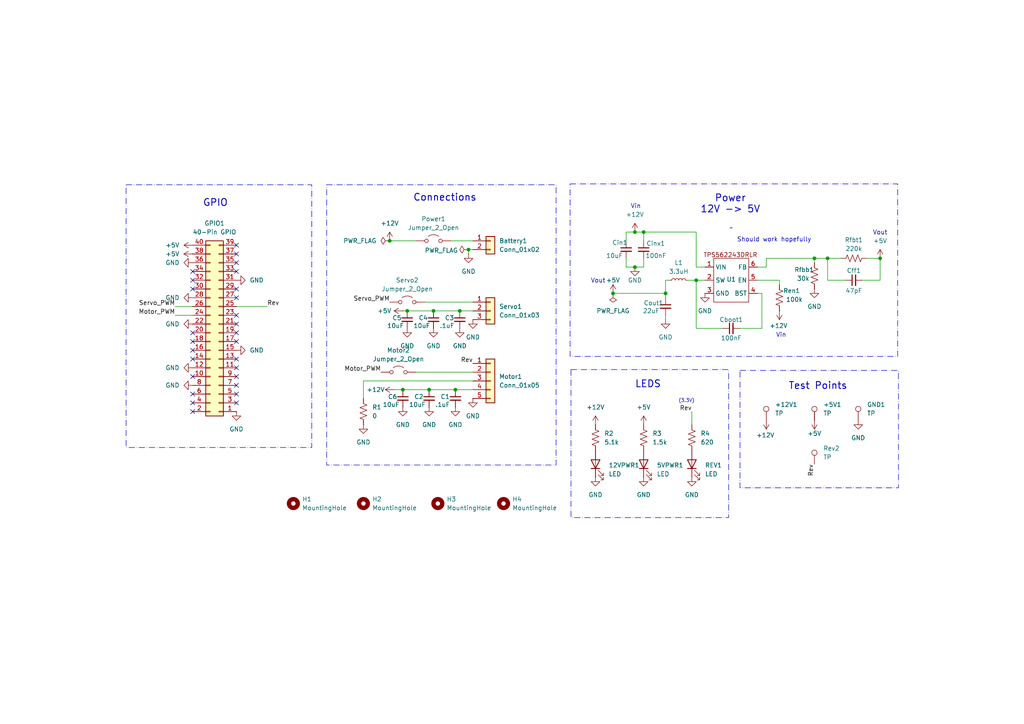
<source format=kicad_sch>
(kicad_sch (version 20250114) (generator "eeschema") (generator_version "9.0")
  (paper "A4")
  (lib_symbols
    (symbol "Connector:TestPoint" (pin_numbers (hide yes)) (pin_names (offset 0.762) (hide yes))
      (property "Reference" "TP" (at 0 6.858 0))
      (property "Value" "TestPoint" (at 0 5.08 0))
      (symbol "TestPoint_0_1"
        (circle (center 0 3.302) (radius 0.762))
      )
      (symbol "TestPoint_1_1"
        (pin passive line (at 0 0 90) (length 2.54) (name "1") (number "1"))
      )
    )
    (symbol "Connector_Generic:Conn_01x02" (pin_names (offset 1.016) (hide yes))
      (property "Reference" "J" (at 0 2.54 0))
      (property "Value" "Conn_01x02" (at 0 -5.08 0))
      (symbol "Conn_01x02_1_1"
        (rectangle (start -1.27 1.27) (end 1.27 -3.81) (stroke (width 0.254)) (fill (type background)))
        (rectangle (start -1.27 0.127) (end 0 -0.127) (stroke (width 0.1524)))
        (rectangle (start -1.27 -2.413) (end 0 -2.667) (stroke (width 0.1524)))
        (pin passive line (at -5.08 0 0) (length 3.81) (name "Pin_1") (number "1"))
        (pin passive line (at -5.08 -2.54 0) (length 3.81) (name "Pin_2") (number "2"))
      )
    )
    (symbol "Connector_Generic:Conn_01x03" (pin_names (offset 1.016) (hide yes))
      (property "Reference" "J" (at 0 5.08 0))
      (property "Value" "Conn_01x03" (at 0 -5.08 0))
      (symbol "Conn_01x03_1_1"
        (rectangle (start -1.27 3.81) (end 1.27 -3.81) (stroke (width 0.254)) (fill (type background)))
        (rectangle (start -1.27 2.667) (end 0 2.413) (stroke (width 0.1524)))
        (rectangle (start -1.27 0.127) (end 0 -0.127) (stroke (width 0.1524)))
        (rectangle (start -1.27 -2.413) (end 0 -2.667) (stroke (width 0.1524)))
        (pin passive line (at -5.08 2.54 0) (length 3.81) (name "Pin_1") (number "1"))
        (pin passive line (at -5.08 0 0) (length 3.81) (name "Pin_2") (number "2"))
        (pin passive line (at -5.08 -2.54 0) (length 3.81) (name "Pin_3") (number "3"))
      )
    )
    (symbol "Connector_Generic:Conn_01x05" (pin_names (offset 1.016) (hide yes))
      (property "Reference" "J" (at 0 7.62 0))
      (property "Value" "Conn_01x05" (at 0 -7.62 0))
      (symbol "Conn_01x05_1_1"
        (rectangle (start -1.27 6.35) (end 1.27 -6.35) (stroke (width 0.254)) (fill (type background)))
        (rectangle (start -1.27 5.207) (end 0 4.953) (stroke (width 0.1524)))
        (rectangle (start -1.27 2.667) (end 0 2.413) (stroke (width 0.1524)))
        (rectangle (start -1.27 0.127) (end 0 -0.127) (stroke (width 0.1524)))
        (rectangle (start -1.27 -2.413) (end 0 -2.667) (stroke (width 0.1524)))
        (rectangle (start -1.27 -4.953) (end 0 -5.207) (stroke (width 0.1524)))
        (pin passive line (at -5.08 5.08 0) (length 3.81) (name "Pin_1") (number "1"))
        (pin passive line (at -5.08 2.54 0) (length 3.81) (name "Pin_2") (number "2"))
        (pin passive line (at -5.08 0 0) (length 3.81) (name "Pin_3") (number "3"))
        (pin passive line (at -5.08 -2.54 0) (length 3.81) (name "Pin_4") (number "4"))
        (pin passive line (at -5.08 -5.08 0) (length 3.81) (name "Pin_5") (number "5"))
      )
    )
    (symbol "Connector_Generic:Conn_02x20_Odd_Even" (pin_names (offset 1.016) (hide yes))
      (property "Reference" "J" (at 1.27 25.4 0))
      (property "Value" "Conn_02x20_Odd_Even" (at 1.27 -27.94 0))
      (symbol "Conn_02x20_Odd_Even_1_1"
        (rectangle (start -1.27 24.13) (end 3.81 -26.67) (stroke (width 0.254)) (fill (type background)))
        (rectangle (start -1.27 22.987) (end 0 22.733) (stroke (width 0.1524)))
        (rectangle (start -1.27 20.447) (end 0 20.193) (stroke (width 0.1524)))
        (rectangle (start -1.27 17.907) (end 0 17.653) (stroke (width 0.1524)))
        (rectangle (start -1.27 15.367) (end 0 15.113) (stroke (width 0.1524)))
        (rectangle (start -1.27 12.827) (end 0 12.573) (stroke (width 0.1524)))
        (rectangle (start -1.27 10.287) (end 0 10.033) (stroke (width 0.1524)))
        (rectangle (start -1.27 7.747) (end 0 7.493) (stroke (width 0.1524)))
        (rectangle (start -1.27 5.207) (end 0 4.953) (stroke (width 0.1524)))
        (rectangle (start -1.27 2.667) (end 0 2.413) (stroke (width 0.1524)))
        (rectangle (start -1.27 0.127) (end 0 -0.127) (stroke (width 0.1524)))
        (rectangle (start -1.27 -2.413) (end 0 -2.667) (stroke (width 0.1524)))
        (rectangle (start -1.27 -4.953) (end 0 -5.207) (stroke (width 0.1524)))
        (rectangle (start -1.27 -7.493) (end 0 -7.747) (stroke (width 0.1524)))
        (rectangle (start -1.27 -10.033) (end 0 -10.287) (stroke (width 0.1524)))
        (rectangle (start -1.27 -12.573) (end 0 -12.827) (stroke (width 0.1524)))
        (rectangle (start -1.27 -15.113) (end 0 -15.367) (stroke (width 0.1524)))
        (rectangle (start -1.27 -17.653) (end 0 -17.907) (stroke (width 0.1524)))
        (rectangle (start -1.27 -20.193) (end 0 -20.447) (stroke (width 0.1524)))
        (rectangle (start -1.27 -22.733) (end 0 -22.987) (stroke (width 0.1524)))
        (rectangle (start -1.27 -25.273) (end 0 -25.527) (stroke (width 0.1524)))
        (rectangle (start 3.81 22.987) (end 2.54 22.733) (stroke (width 0.1524)))
        (rectangle (start 3.81 20.447) (end 2.54 20.193) (stroke (width 0.1524)))
        (rectangle (start 3.81 17.907) (end 2.54 17.653) (stroke (width 0.1524)))
        (rectangle (start 3.81 15.367) (end 2.54 15.113) (stroke (width 0.1524)))
        (rectangle (start 3.81 12.827) (end 2.54 12.573) (stroke (width 0.1524)))
        (rectangle (start 3.81 10.287) (end 2.54 10.033) (stroke (width 0.1524)))
        (rectangle (start 3.81 7.747) (end 2.54 7.493) (stroke (width 0.1524)))
        (rectangle (start 3.81 5.207) (end 2.54 4.953) (stroke (width 0.1524)))
        (rectangle (start 3.81 2.667) (end 2.54 2.413) (stroke (width 0.1524)))
        (rectangle (start 3.81 0.127) (end 2.54 -0.127) (stroke (width 0.1524)))
        (rectangle (start 3.81 -2.413) (end 2.54 -2.667) (stroke (width 0.1524)))
        (rectangle (start 3.81 -4.953) (end 2.54 -5.207) (stroke (width 0.1524)))
        (rectangle (start 3.81 -7.493) (end 2.54 -7.747) (stroke (width 0.1524)))
        (rectangle (start 3.81 -10.033) (end 2.54 -10.287) (stroke (width 0.1524)))
        (rectangle (start 3.81 -12.573) (end 2.54 -12.827) (stroke (width 0.1524)))
        (rectangle (start 3.81 -15.113) (end 2.54 -15.367) (stroke (width 0.1524)))
        (rectangle (start 3.81 -17.653) (end 2.54 -17.907) (stroke (width 0.1524)))
        (rectangle (start 3.81 -20.193) (end 2.54 -20.447) (stroke (width 0.1524)))
        (rectangle (start 3.81 -22.733) (end 2.54 -22.987) (stroke (width 0.1524)))
        (rectangle (start 3.81 -25.273) (end 2.54 -25.527) (stroke (width 0.1524)))
        (pin passive line (at -5.08 22.86 0) (length 3.81) (name "Pin_1") (number "1"))
        (pin passive line (at -5.08 20.32 0) (length 3.81) (name "Pin_3") (number "3"))
        (pin passive line (at -5.08 17.78 0) (length 3.81) (name "Pin_5") (number "5"))
        (pin passive line (at -5.08 15.24 0) (length 3.81) (name "Pin_7") (number "7"))
        (pin passive line (at -5.08 12.7 0) (length 3.81) (name "Pin_9") (number "9"))
        (pin passive line (at -5.08 10.16 0) (length 3.81) (name "Pin_11") (number "11"))
        (pin passive line (at -5.08 7.62 0) (length 3.81) (name "Pin_13") (number "13"))
        (pin passive line (at -5.08 5.08 0) (length 3.81) (name "Pin_15") (number "15"))
        (pin passive line (at -5.08 2.54 0) (length 3.81) (name "Pin_17") (number "17"))
        (pin passive line (at -5.08 0 0) (length 3.81) (name "Pin_19") (number "19"))
        (pin passive line (at -5.08 -2.54 0) (length 3.81) (name "Pin_21") (number "21"))
        (pin passive line (at -5.08 -5.08 0) (length 3.81) (name "Pin_23") (number "23"))
        (pin passive line (at -5.08 -7.62 0) (length 3.81) (name "Pin_25") (number "25"))
        (pin passive line (at -5.08 -10.16 0) (length 3.81) (name "Pin_27") (number "27"))
        (pin passive line (at -5.08 -12.7 0) (length 3.81) (name "Pin_29") (number "29"))
        (pin passive line (at -5.08 -15.24 0) (length 3.81) (name "Pin_31") (number "31"))
        (pin passive line (at -5.08 -17.78 0) (length 3.81) (name "Pin_33") (number "33"))
        (pin passive line (at -5.08 -20.32 0) (length 3.81) (name "Pin_35") (number "35"))
        (pin passive line (at -5.08 -22.86 0) (length 3.81) (name "Pin_37") (number "37"))
        (pin passive line (at -5.08 -25.4 0) (length 3.81) (name "Pin_39") (number "39"))
        (pin passive line (at 7.62 22.86 180) (length 3.81) (name "Pin_2") (number "2"))
        (pin passive line (at 7.62 20.32 180) (length 3.81) (name "Pin_4") (number "4"))
        (pin passive line (at 7.62 17.78 180) (length 3.81) (name "Pin_6") (number "6"))
        (pin passive line (at 7.62 15.24 180) (length 3.81) (name "Pin_8") (number "8"))
        (pin passive line (at 7.62 12.7 180) (length 3.81) (name "Pin_10") (number "10"))
        (pin passive line (at 7.62 10.16 180) (length 3.81) (name "Pin_12") (number "12"))
        (pin passive line (at 7.62 7.62 180) (length 3.81) (name "Pin_14") (number "14"))
        (pin passive line (at 7.62 5.08 180) (length 3.81) (name "Pin_16") (number "16"))
        (pin passive line (at 7.62 2.54 180) (length 3.81) (name "Pin_18") (number "18"))
        (pin passive line (at 7.62 0 180) (length 3.81) (name "Pin_20") (number "20"))
        (pin passive line (at 7.62 -2.54 180) (length 3.81) (name "Pin_22") (number "22"))
        (pin passive line (at 7.62 -5.08 180) (length 3.81) (name "Pin_24") (number "24"))
        (pin passive line (at 7.62 -7.62 180) (length 3.81) (name "Pin_26") (number "26"))
        (pin passive line (at 7.62 -10.16 180) (length 3.81) (name "Pin_28") (number "28"))
        (pin passive line (at 7.62 -12.7 180) (length 3.81) (name "Pin_30") (number "30"))
        (pin passive line (at 7.62 -15.24 180) (length 3.81) (name "Pin_32") (number "32"))
        (pin passive line (at 7.62 -17.78 180) (length 3.81) (name "Pin_34") (number "34"))
        (pin passive line (at 7.62 -20.32 180) (length 3.81) (name "Pin_36") (number "36"))
        (pin passive line (at 7.62 -22.86 180) (length 3.81) (name "Pin_38") (number "38"))
        (pin passive line (at 7.62 -25.4 180) (length 3.81) (name "Pin_40") (number "40"))
      )
    )
    (symbol "Device:C_Small" (pin_numbers (hide yes)) (pin_names (offset 0.254) (hide yes))
      (property "Reference" "C" (at 0.254 1.778 0))
      (property "Value" "C_Small" (at 0.254 -2.032 0))
      (symbol "C_Small_0_1"
        (polyline (pts (xy -1.524 0.508) (xy 1.524 0.508)) (stroke (width 0.3048)))
        (polyline (pts (xy -1.524 -0.508) (xy 1.524 -0.508)) (stroke (width 0.3302)))
      )
      (symbol "C_Small_1_1"
        (pin passive line (at 0 2.54 270) (length 2.032) (name "~") (number "1"))
        (pin passive line (at 0 -2.54 90) (length 2.032) (name "~") (number "2"))
      )
    )
    (symbol "Device:LED" (pin_numbers (hide yes)) (pin_names (offset 1.016) (hide yes))
      (property "Reference" "D" (at 0 2.54 0))
      (property "Value" "LED" (at 0 -2.54 0))
      (symbol "LED_0_1"
        (polyline (pts (xy -3.048 -0.762) (xy -4.572 -2.286) (xy -3.81 -2.286) (xy -4.572 -2.286) (xy -4.572 -1.524)))
        (polyline (pts (xy -1.778 -0.762) (xy -3.302 -2.286) (xy -2.54 -2.286) (xy -3.302 -2.286) (xy -3.302 -1.524)))
        (polyline (pts (xy -1.27 0) (xy 1.27 0)))
        (polyline (pts (xy -1.27 -1.27) (xy -1.27 1.27)) (stroke (width 0.254)))
        (polyline (pts (xy 1.27 -1.27) (xy 1.27 1.27) (xy -1.27 0) (xy 1.27 -1.27)) (stroke (width 0.254)))
      )
      (symbol "LED_1_1"
        (pin passive line (at -3.81 0 0) (length 2.54) (name "K") (number "1"))
        (pin passive line (at 3.81 0 180) (length 2.54) (name "A") (number "2"))
      )
    )
    (symbol "Device:L_Small" (pin_numbers (hide yes)) (pin_names (offset 0.254) (hide yes))
      (property "Reference" "L" (at 0.762 1.016 0))
      (property "Value" "L_Small" (at 0.762 -1.016 0))
      (symbol "L_Small_0_1"
        (arc (start 0 2.032) (mid 0.5058 1.524) (end 0 1.016))
        (arc (start 0 1.016) (mid 0.5058 0.508) (end 0 0))
        (arc (start 0 0) (mid 0.5058 -0.508) (end 0 -1.016))
        (arc (start 0 -1.016) (mid 0.5058 -1.524) (end 0 -2.032))
      )
      (symbol "L_Small_1_1"
        (pin passive line (at 0 2.54 270) (length 0.508) (name "~") (number "1"))
        (pin passive line (at 0 -2.54 90) (length 0.508) (name "~") (number "2"))
      )
    )
    (symbol "Device:R_US" (pin_numbers (hide yes)) (pin_names (offset 0))
      (property "Reference" "R" (at 2.54 0 90))
      (property "Value" "R_US" (at -2.54 0 90))
      (symbol "R_US_0_1"
        (polyline (pts (xy 0 2.286) (xy 0 2.54)))
        (polyline (pts (xy 0 2.286) (xy 1.016 1.905) (xy 0 1.524) (xy -1.016 1.143) (xy 0 0.762)))
        (polyline (pts (xy 0 0.762) (xy 1.016 0.381) (xy 0 0) (xy -1.016 -0.381) (xy 0 -0.762)))
        (polyline (pts (xy 0 -0.762) (xy 1.016 -1.143) (xy 0 -1.524) (xy -1.016 -1.905) (xy 0 -2.286)))
        (polyline (pts (xy 0 -2.286) (xy 0 -2.54)))
      )
      (symbol "R_US_1_1"
        (pin passive line (at 0 3.81 270) (length 1.27) (name "~") (number "1"))
        (pin passive line (at 0 -3.81 90) (length 1.27) (name "~") (number "2"))
      )
    )
    (symbol "Jumper:Jumper_2_Open" (pin_numbers (hide yes)) (pin_names (offset 0) (hide yes)) (exclude_from_sim yes)
      (property "Reference" "JP" (at 0 2.794 0))
      (property "Value" "Jumper_2_Open" (at 0 -2.286 0))
      (symbol "Jumper_2_Open_0_0"
        (circle (center -2.032 0) (radius 0.508))
        (circle (center 2.032 0) (radius 0.508))
      )
      (symbol "Jumper_2_Open_0_1"
        (arc (start -1.524 1.27) (mid 0 1.778) (end 1.524 1.27))
      )
      (symbol "Jumper_2_Open_1_1"
        (pin passive line (at -5.08 0 0) (length 2.54) (name "A") (number "1"))
        (pin passive line (at 5.08 0 180) (length 2.54) (name "B") (number "2"))
      )
    )
    (symbol "Mechanical:MountingHole" (pin_names (offset 1.016)) (exclude_from_sim yes) (in_bom no)
      (property "Reference" "H" (at 0 5.08 0))
      (property "Value" "MountingHole" (at 0 3.175 0))
      (symbol "MountingHole_0_1"
        (circle (center 0 0) (radius 1.27) (stroke (width 1.27)))
      )
    )
    (symbol "power:+12V" (power) (pin_numbers (hide yes)) (pin_names (offset 0) (hide yes))
      (property "Value" "+12V" (at 0 3.556 0))
      (symbol "+12V_0_1"
        (polyline (pts (xy -0.762 1.27) (xy 0 2.54)))
        (polyline (pts (xy 0 2.54) (xy 0.762 1.27)))
        (polyline (pts (xy 0 0) (xy 0 2.54)))
      )
      (symbol "+12V_1_1"
        (pin power_in line (at 0 0 90) (length 0) (name "~") (number "1"))
      )
    )
    (symbol "power:+5V" (power) (pin_numbers (hide yes)) (pin_names (offset 0) (hide yes))
      (property "Value" "+5V" (at 0 3.556 0))
      (symbol "+5V_0_1"
        (polyline (pts (xy -0.762 1.27) (xy 0 2.54)))
        (polyline (pts (xy 0 2.54) (xy 0.762 1.27)))
        (polyline (pts (xy 0 0) (xy 0 2.54)))
      )
      (symbol "+5V_1_1"
        (pin power_in line (at 0 0 90) (length 0) (name "~") (number "1"))
      )
    )
    (symbol "power:GND" (power) (pin_numbers (hide yes)) (pin_names (offset 0) (hide yes))
      (property "Value" "GND" (at 0 -3.81 0))
      (symbol "GND_0_1"
        (polyline (pts (xy 0 0) (xy 0 -1.27) (xy 1.27 -1.27) (xy 0 -2.54) (xy -1.27 -1.27) (xy 0 -1.27)))
      )
      (symbol "GND_1_1"
        (pin power_in line (at 0 0 270) (length 0) (name "~") (number "1"))
      )
    )
    (symbol "power:PWR_FLAG" (power) (pin_numbers (hide yes)) (pin_names (offset 0) (hide yes))
      (property "Value" "PWR_FLAG" (at 0 3.81 0))
      (symbol "PWR_FLAG_0_0"
        (pin power_out line (at 0 0 90) (length 0) (name "~") (number "1"))
      )
      (symbol "PWR_FLAG_0_1"
        (polyline (pts (xy 0 0) (xy 0 1.27) (xy -1.016 1.905) (xy 0 2.54) (xy 1.016 1.905) (xy 0 1.27)))
      )
    )
    (symbol "radxa_pcb:TPS562246DRLR"
      (property "Reference" "U" (at 0 0 0))
      (symbol "TPS562246DRLR_0_1"
        (rectangle (start -5.08 6.35) (end 5.08 -6.35))
      )
      (symbol "TPS562246DRLR_1_1"
        (text "TPS562243DRLR" (at -0.254 7.366 0) (effects (font (size 1.27 1.27))))
        (pin power_in line (at -7.62 3.81 0) (length 2.54) (name "VIN") (number "1"))
        (pin passive line (at -7.62 0 0) (length 2.54) (name "SW") (number "2"))
        (pin power_in line (at -7.62 -3.81 0) (length 2.54) (name "GND") (number "3"))
        (pin output line (at 7.62 3.81 180) (length 2.54) (name "FB") (number "6"))
        (pin input line (at 7.62 0 180) (length 2.54) (name "EN") (number "5"))
        (pin passive line (at 7.62 -3.81 180) (length 2.54) (name "BST") (number "4"))
      )
    )
  )
  (rectangle (start 165.608 107.188) (end 211.328 150.114) (stroke (width 0) (type dash_dot)))
  (rectangle (start 94.742 53.594) (end 161.29 134.874) (stroke (width 0) (type dash_dot)))
  (rectangle (start 214.63 107.442) (end 260.604 141.478) (stroke (width 0) (type dash_dot)))
  (rectangle (start 165.354 53.34) (end 260.35 103.378) (stroke (width 0) (type dash_dot)))
  (rectangle (start 36.576 53.594) (end 90.424 129.794) (stroke (width 0) (type dash_dot)))
  (text "Vout\n" (at 255.27 67.564 0) (effects (font (size 1.27 1.27))))
  (text "Vout\n" (at 173.482 81.534 0) (effects (font (size 1.27 1.27))))
  (text "Test Points" (at 237.236 112.014 0) (effects (font (size 2 2) (thickness 0.254) (bold yes))))
  (text "Vin\n" (at 184.404 59.944 0) (effects (font (size 1.27 1.27))))
  (text "Vin\n" (at 226.568 97.282 0) (effects (font (size 1.27 1.27))))
  (text "Power\n12V -> 5V" (at 211.836 59.182 0) (effects (font (size 2 2) (thickness 0.25))))
  (text "LEDS\n" (at 187.96 111.506 0) (effects (font (size 2 2) (thickness 0.254) (bold yes))))
  (text "(3.3V)\n" (at 199.136 116.332 0) (effects (font (size 1 1) (thickness 0.125))))
  (text "Should work hopefully" (at 224.536 69.596 0) (effects (font (size 1.27 1.27))))
  (text "Connections" (at 129.032 57.404 0) (effects (font (size 2 2) (thickness 0.254) (bold yes))))
  (text "GPIO\n" (at 62.484 58.928 0) (effects (font (size 2 2) (thickness 0.254) (bold yes))))
  (junction (at 255.27 74.93))
  (junction (at 113.03 69.85))
  (junction (at 118.11 90.17))
  (junction (at 125.73 90.17))
  (junction (at 135.89 72.39))
  (junction (at 193.04 85.09))
  (junction (at 201.93 81.28))
  (junction (at 236.22 74.93))
  (junction (at 116.84 113.03))
  (junction (at 184.15 77.47))
  (junction (at 186.69 67.31))
  (junction (at 132.08 113.03))
  (junction (at 133.35 90.17))
  (junction (at 177.8 85.09))
  (junction (at 184.15 67.31))
  (junction (at 124.46 113.03))
  (junction (at 240.03 74.93))
  (no_connect (at 68.58 104.14))
  (no_connect (at 68.58 71.12))
  (no_connect (at 68.58 116.84))
  (no_connect (at 55.88 96.52))
  (no_connect (at 68.58 114.3))
  (no_connect (at 68.58 99.06))
  (no_connect (at 68.58 78.74))
  (no_connect (at 68.58 96.52))
  (no_connect (at 68.58 76.2))
  (no_connect (at 55.88 83.82))
  (no_connect (at 55.88 114.3))
  (no_connect (at 68.58 83.82))
  (no_connect (at 68.58 111.76))
  (no_connect (at 68.58 109.22))
  (no_connect (at 55.88 81.28))
  (no_connect (at 55.88 109.22))
  (no_connect (at 68.58 93.98))
  (no_connect (at 55.88 99.06))
  (no_connect (at 68.58 91.44))
  (no_connect (at 68.58 73.66))
  (no_connect (at 55.88 104.14))
  (no_connect (at 55.88 116.84))
  (no_connect (at 55.88 101.6))
  (no_connect (at 55.88 78.74))
  (no_connect (at 68.58 106.68))
  (no_connect (at 55.88 119.38))
  (no_connect (at 68.58 86.36))
  (wire (pts (xy 116.84 113.03) (xy 124.46 113.03)))
  (wire (pts (xy 177.8 85.09) (xy 193.04 85.09)))
  (wire (pts (xy 113.03 69.85) (xy 120.65 69.85)))
  (wire (pts (xy 120.65 107.95) (xy 137.16 107.95)))
  (wire (pts (xy 124.46 113.03) (xy 132.08 113.03)))
  (wire (pts (xy 201.93 77.47) (xy 204.47 77.47)))
  (wire (pts (xy 116.84 90.17) (xy 118.11 90.17)))
  (wire (pts (xy 186.69 77.47) (xy 186.69 74.93)))
  (wire (pts (xy 220.98 85.09) (xy 219.71 85.09)))
  (wire (pts (xy 226.06 81.28) (xy 226.06 82.55)))
  (wire (pts (xy 181.61 69.85) (xy 181.61 67.31)))
  (wire (pts (xy 236.22 74.93) (xy 236.22 76.2)))
  (wire (pts (xy 243.84 74.93) (xy 240.03 74.93)))
  (wire (pts (xy 250.19 81.28) (xy 255.27 81.28)))
  (wire (pts (xy 201.93 67.31) (xy 201.93 77.47)))
  (wire (pts (xy 77.47 88.9) (xy 68.58 88.9)))
  (wire (pts (xy 222.25 77.47) (xy 219.71 77.47)))
  (wire (pts (xy 186.69 69.85) (xy 186.69 67.31)))
  (wire (pts (xy 220.98 95.25) (xy 220.98 85.09)))
  (wire (pts (xy 193.04 92.71) (xy 193.04 91.44)))
  (wire (pts (xy 201.93 81.28) (xy 204.47 81.28)))
  (wire (pts (xy 193.04 81.28) (xy 194.31 81.28)))
  (wire (pts (xy 181.61 77.47) (xy 181.61 74.93)))
  (wire (pts (xy 255.27 74.93) (xy 251.46 74.93)))
  (wire (pts (xy 214.63 95.25) (xy 220.98 95.25)))
  (wire (pts (xy 186.69 67.31) (xy 201.93 67.31)))
  (wire (pts (xy 236.22 74.93) (xy 240.03 74.93)))
  (wire (pts (xy 199.39 81.28) (xy 201.93 81.28)))
  (wire (pts (xy 123.19 87.63) (xy 137.16 87.63)))
  (wire (pts (xy 201.93 95.25) (xy 201.93 81.28)))
  (wire (pts (xy 200.66 119.38) (xy 200.66 123.19)))
  (wire (pts (xy 50.8 88.9) (xy 55.88 88.9)))
  (wire (pts (xy 135.89 72.39) (xy 135.89 73.66)))
  (wire (pts (xy 184.15 77.47) (xy 186.69 77.47)))
  (wire (pts (xy 184.15 67.31) (xy 186.69 67.31)))
  (wire (pts (xy 219.71 81.28) (xy 226.06 81.28)))
  (wire (pts (xy 114.3 113.03) (xy 116.84 113.03)))
  (wire (pts (xy 209.55 95.25) (xy 201.93 95.25)))
  (wire (pts (xy 181.61 77.47) (xy 184.15 77.47)))
  (wire (pts (xy 118.11 90.17) (xy 125.73 90.17)))
  (wire (pts (xy 222.25 74.93) (xy 236.22 74.93)))
  (wire (pts (xy 255.27 81.28) (xy 255.27 74.93)))
  (wire (pts (xy 125.73 90.17) (xy 133.35 90.17)))
  (wire (pts (xy 130.81 69.85) (xy 137.16 69.85)))
  (wire (pts (xy 181.61 67.31) (xy 184.15 67.31)))
  (wire (pts (xy 245.11 81.28) (xy 240.03 81.28)))
  (wire (pts (xy 137.16 110.49) (xy 105.41 110.49)))
  (wire (pts (xy 137.16 72.39) (xy 135.89 72.39)))
  (wire (pts (xy 222.25 74.93) (xy 222.25 77.47)))
  (wire (pts (xy 240.03 81.28) (xy 240.03 74.93)))
  (wire (pts (xy 193.04 86.36) (xy 193.04 85.09)))
  (wire (pts (xy 50.8 91.44) (xy 55.88 91.44)))
  (wire (pts (xy 193.04 85.09) (xy 193.04 81.28)))
  (wire (pts (xy 105.41 110.49) (xy 105.41 115.57)))
  (wire (pts (xy 132.08 113.03) (xy 137.16 113.03)))
  (wire (pts (xy 133.35 90.17) (xy 137.16 90.17)))
  (label "Rev" (at 137.16 105.41 180))
  (label "Rev" (at 77.47 88.9 0))
  (label "Servo_PWM" (at 50.8 88.9 180))
  (label "Servo_PWM" (at 113.03 87.63 180))
  (label "Rev" (at 236.22 134.62 270))
  (label "Rev" (at 200.66 119.38 180))
  (label "Motor_PWM" (at 50.8 91.44 180))
  (label "Motor_PWM" (at 110.49 107.95 180))
  (symbol (lib_id "Device:R_US") (at 200.66 127 0) (unit 1)
    (property "Reference" "R4" (at 203.2 125.7299 0) (effects (justify left)))
    (property "Value" "620" (at 203.2 128.2699 0) (effects (justify left)))
    (property "Footprint" "Resistor_SMD:R_0805_2012Metric_Pad1.20x1.40mm_HandSolder" (effects (hide yes)))
    (property "Description" "Resistor, US symbol" (effects (hide yes)))
    (property "P/N" "ERA-6AEB621V" (effects (hide yes)))
  )
  (symbol (lib_id "power:GND") (at 132.08 118.11 0) (unit 1)
    (property "Reference" "#PWR037" (effects (hide yes)))
    (property "Value" "GND" (at 132.08 123.19 0))
    (property "Description" "Power symbol creates a global label with name \"GND\" , ground" (effects (hide yes)))
  )
  (symbol (lib_id "Connector_Generic:Conn_02x20_Odd_Even") (at 63.5 96.52 180) (unit 1)
    (property "Reference" "GPIO1" (at 62.23 64.77 0))
    (property "Value" "40-Pin GPIO" (at 62.23 67.31 0))
    (property "Footprint" "Connector_PinHeader_2.54mm:PinHeader_2x20_P2.54mm_Vertical" (effects (hide yes)))
    (property "Description" "Generic connector, double row, 02x20, odd/even pin numbering scheme (row 1 odd numbers, row 2 even numbers), script generated (kicad-library-utils/schlib/autogen/connector/)" (effects (hide yes)))
    (property "P/N" "2222" (effects (hide yes)))
  )
  (symbol (lib_id "power:GND") (at 137.16 92.71 0) (unit 1)
    (property "Reference" "#PWR016" (effects (hide yes)))
    (property "Value" "GND" (at 137.16 97.79 0))
    (property "Description" "Power symbol creates a global label with name \"GND\" , ground" (effects (hide yes)))
  )
  (symbol (lib_id "power:GND") (at 184.15 77.47 0) (unit 1)
    (property "Reference" "#PWR025" (effects (hide yes)))
    (property "Value" "GND" (at 184.15 81.28 0))
    (property "Description" "Power symbol creates a global label with name \"GND\" , ground" (effects (hide yes)))
  )
  (symbol (lib_id "power:GND") (at 124.46 118.11 0) (unit 1)
    (property "Reference" "#PWR038" (effects (hide yes)))
    (property "Value" "GND" (at 124.46 123.19 0))
    (property "Description" "Power symbol creates a global label with name \"GND\" , ground" (effects (hide yes)))
  )
  (symbol (lib_id "Jumper:Jumper_2_Open") (at 115.57 107.95 0) (unit 1) (in_bom no)
    (property "Reference" "Motor2" (at 115.57 101.6 0))
    (property "Value" "Jumper_2_Open" (at 115.57 104.14 0))
    (property "Footprint" "Connector_PinHeader_2.54mm:PinHeader_1x02_P2.54mm_Vertical" (effects (hide yes)))
    (property "Description" "Jumper, 2-pole, open" (effects (hide yes)))
  )
  (symbol (lib_id "power:PWR_FLAG") (at 177.8 85.09 180) (unit 1)
    (property "Reference" "#FLG03" (effects (hide yes)))
    (property "Value" "PWR_FLAG" (at 177.8 90.17 0))
    (property "Description" "Special symbol for telling ERC where power comes from" (effects (hide yes)))
  )
  (symbol (lib_id "power:+5V") (at 116.84 90.17 90) (unit 1)
    (property "Reference" "#PWR017" (effects (hide yes)))
    (property "Value" "+5V" (at 113.538 90.17 90) (effects (justify left)))
    (property "Description" "Power symbol creates a global label with name \"+5V\"" (effects (hide yes)))
  )
  (symbol (lib_id "power:+12V") (at 222.25 121.92 180) (unit 1)
    (property "Reference" "#PWR033" (effects (hide yes)))
    (property "Value" "+12V" (at 221.996 126.238 0))
    (property "Description" "Power symbol creates a global label with name \"+12V\"" (effects (hide yes)))
  )
  (symbol (lib_id "Mechanical:MountingHole") (at 85.09 146.05 0) (unit 1) (exclude_from_sim yes) (in_bom no)
    (property "Reference" "H1" (at 87.63 144.7799 0) (effects (justify left)))
    (property "Value" "MountingHole" (at 87.63 147.3199 0) (effects (justify left)))
    (property "Footprint" "MountingHole:MountingHole_3mm" (effects (hide yes)))
    (property "Description" "Mounting Hole without connection" (effects (hide yes)))
  )
  (symbol (lib_id "Connector_Generic:Conn_01x02") (at 142.24 69.85 0) (unit 1)
    (property "Reference" "Battery1" (at 144.78 69.8499 0) (effects (justify left)))
    (property "Value" "Conn_01x02" (at 144.78 72.3899 0) (effects (justify left)))
    (property "Footprint" "Connector_Molex:Molex_Micro-Fit_3.0_43650-0215_1x02_P3.00mm_Vertical" (effects (hide yes)))
    (property "Description" "Generic connector, single row, 01x02, script generated (kicad-library-utils/schlib/autogen/connector/)" (effects (hide yes)))
    (property "P/N" "436500215" (effects (hide yes)))
  )
  (symbol (lib_id "power:+12V") (at 226.06 90.17 180) (unit 1)
    (property "Reference" "#PWR029" (effects (hide yes)))
    (property "Value" "+12V" (at 225.806 94.488 0))
    (property "Description" "Power symbol creates a global label with name \"+12V\"" (effects (hide yes)))
  )
  (symbol (lib_id "Connector:TestPoint") (at 222.25 121.92 0) (unit 1) (in_bom no)
    (property "Reference" "+12V1" (at 224.79 117.3479 0) (effects (justify left)))
    (property "Value" "TP" (at 224.79 119.8879 0) (effects (justify left)))
    (property "Footprint" "TestPoint:TestPoint_THTPad_1.0x1.0mm_Drill0.5mm" (effects (hide yes)))
    (property "Description" "test point" (effects (hide yes)))
  )
  (symbol (lib_id "Device:L_Small") (at 196.85 81.28 90) (unit 1)
    (property "Reference" "L1" (at 196.85 76.2 90))
    (property "Value" "3.3uH" (at 196.85 78.74 90))
    (property "Footprint" "Inductor_SMD:L_1008_2520Metric_Pad1.43x2.20mm_HandSolder" (effects (hide yes)))
    (property "Description" "Inductor, small symbol" (effects (hide yes)))
    (property "Resistance" "20.9mOhm" (effects (hide yes)))
    (property "P/N" "CIGB252012AG3R3MPE" (effects (hide yes)))
  )
  (symbol (lib_id "power:+5V") (at 236.22 121.92 180) (unit 1)
    (property "Reference" "#PWR034" (effects (hide yes)))
    (property "Value" "+5V" (at 236.22 125.73 0))
    (property "Description" "Power symbol creates a global label with name \"+5V\"" (effects (hide yes)))
  )
  (symbol (lib_id "Mechanical:MountingHole") (at 127 146.05 0) (unit 1) (exclude_from_sim yes) (in_bom no)
    (property "Reference" "H3" (at 129.54 144.7799 0) (effects (justify left)))
    (property "Value" "MountingHole" (at 129.54 147.3199 0) (effects (justify left)))
    (property "Footprint" "MountingHole:MountingHole_3mm" (effects (hide yes)))
    (property "Description" "Mounting Hole without connection" (effects (hide yes)))
  )
  (symbol (lib_id "power:+5V") (at 55.88 71.12 90) (unit 1)
    (property "Reference" "#PWR011" (effects (hide yes)))
    (property "Value" "+5V" (at 52.07 71.1199 90) (effects (justify left)))
    (property "Description" "Power symbol creates a global label with name \"+5V\"" (effects (hide yes)))
  )
  (symbol (lib_id "Device:R_US") (at 172.72 127 0) (unit 1)
    (property "Reference" "R2" (at 175.26 125.7299 0) (effects (justify left)))
    (property "Value" "5.1k" (at 175.26 128.2699 0) (effects (justify left)))
    (property "Footprint" "Resistor_SMD:R_0805_2012Metric_Pad1.20x1.40mm_HandSolder" (effects (hide yes)))
    (property "Description" "Resistor, US symbol" (effects (hide yes)))
    (property "P/N" "RK73B2ATTE512J" (effects (hide yes)))
  )
  (symbol (lib_id "power:GND") (at 55.88 106.68 270) (unit 1)
    (property "Reference" "#PWR014" (effects (hide yes)))
    (property "Value" "GND" (at 52.07 106.6799 90) (effects (justify right)))
    (property "Description" "Power symbol creates a global label with name \"GND\" , ground" (effects (hide yes)))
  )
  (symbol (lib_id "Device:C_Small") (at 125.73 92.71 0) (unit 1)
    (property "Reference" "C4" (at 121.412 92.202 0) (effects (justify left)))
    (property "Value" "10uF" (at 119.888 94.488 0) (effects (justify left)))
    (property "Footprint" "Capacitor_SMD:C_0805_2012Metric_Pad1.18x1.45mm_HandSolder" (effects (hide yes)))
    (property "Description" "Unpolarized capacitor, small symbol" (effects (hide yes)))
    (property "Resistance" "4mOhm" (effects (hide yes)))
    (property "P/N" "CGA4J1X7S1C106M125AE" (effects (hide yes)))
  )
  (symbol (lib_id "power:GND") (at 105.41 123.19 0) (unit 1)
    (property "Reference" "#PWR019" (effects (hide yes)))
    (property "Value" "GND" (at 105.41 128.27 0))
    (property "Description" "Power symbol creates a global label with name \"GND\" , ground" (effects (hide yes)))
  )
  (symbol (lib_id "Connector:TestPoint") (at 248.92 121.92 0) (unit 1) (in_bom no)
    (property "Reference" "GND1" (at 251.46 117.3479 0) (effects (justify left)))
    (property "Value" "TP" (at 251.46 119.8879 0) (effects (justify left)))
    (property "Footprint" "TestPoint:TestPoint_THTPad_1.0x1.0mm_Drill0.5mm" (effects (hide yes)))
    (property "Description" "test point" (effects (hide yes)))
  )
  (symbol (lib_id "power:GND") (at 55.88 76.2 270) (unit 1)
    (property "Reference" "#PWR08" (effects (hide yes)))
    (property "Value" "GND" (at 52.07 76.1999 90) (effects (justify right)))
    (property "Description" "Power symbol creates a global label with name \"GND\" , ground" (effects (hide yes)))
  )
  (symbol (lib_id "power:+12V") (at 184.15 67.31 0) (unit 1)
    (property "Reference" "#PWR024" (effects (hide yes)))
    (property "Value" "+12V" (at 184.15 62.23 0))
    (property "Description" "Power symbol creates a global label with name \"+12V\"" (effects (hide yes)))
  )
  (symbol (lib_id "Device:LED") (at 172.72 134.62 90) (unit 1)
    (property "Reference" "12VPWR1" (at 176.53 134.9374 90) (effects (justify right)))
    (property "Value" "LED" (at 176.53 137.4774 90) (effects (justify right)))
    (property "Footprint" "LED_SMD:LED_0805_2012Metric_Pad1.15x1.40mm_HandSolder" (effects (hide yes)))
    (property "Description" "Light emitting diode" (effects (hide yes)))
    (property "Sim.Pins" "1=K 2=A" (effects (hide yes)))
    (property "P/N" "150080VS75000" (effects (hide yes)))
  )
  (symbol (lib_id "Mechanical:MountingHole") (at 146.05 146.05 0) (unit 1) (exclude_from_sim yes) (in_bom no)
    (property "Reference" "H4" (at 148.59 144.7799 0) (effects (justify left)))
    (property "Value" "MountingHole" (at 148.59 147.3199 0) (effects (justify left)))
    (property "Footprint" "MountingHole:MountingHole_3mm" (effects (hide yes)))
    (property "Description" "Mounting Hole without connection" (effects (hide yes)))
  )
  (symbol (lib_id "Device:C_Small") (at 116.84 115.57 0) (unit 1)
    (property "Reference" "C6" (at 112.522 115.062 0) (effects (justify left)))
    (property "Value" "10uF" (at 110.998 117.348 0) (effects (justify left)))
    (property "Footprint" "Capacitor_SMD:C_0805_2012Metric_Pad1.18x1.45mm_HandSolder" (effects (hide yes)))
    (property "Description" "Unpolarized capacitor, small symbol" (effects (hide yes)))
    (property "Resistance" "4mOhm" (effects (hide yes)))
    (property "P/N" "CGA4J1X7S1C106M125AE" (effects (hide yes)))
  )
  (symbol (lib_id "Connector:TestPoint") (at 236.22 134.62 0) (unit 1) (in_bom no)
    (property "Reference" "Rev2" (at 238.76 130.0479 0) (effects (justify left)))
    (property "Value" "TP" (at 238.76 132.5879 0) (effects (justify left)))
    (property "Footprint" "TestPoint:TestPoint_THTPad_1.0x1.0mm_Drill0.5mm" (effects (hide yes)))
    (property "Description" "test point" (effects (hide yes)))
  )
  (symbol (lib_id "power:+12V") (at 172.72 123.19 0) (unit 1)
    (property "Reference" "#PWR022" (effects (hide yes)))
    (property "Value" "+12V" (at 172.72 118.11 0))
    (property "Description" "Power symbol creates a global label with name \"+12V\"" (effects (hide yes)))
  )
  (symbol (lib_id "power:GND") (at 68.58 101.6 90) (unit 1)
    (property "Reference" "#PWR013" (effects (hide yes)))
    (property "Value" "GND" (at 72.39 101.5999 90) (effects (justify right)))
    (property "Description" "Power symbol creates a global label with name \"GND\" , ground" (effects (hide yes)))
  )
  (symbol (lib_id "Device:LED") (at 200.66 134.62 90) (unit 1)
    (property "Reference" "REV1" (at 204.47 134.9374 90) (effects (justify right)))
    (property "Value" "LED" (at 204.47 137.4774 90) (effects (justify right)))
    (property "Footprint" "LED_SMD:LED_0805_2012Metric_Pad1.15x1.40mm_HandSolder" (effects (hide yes)))
    (property "Description" "Light emitting diode" (effects (hide yes)))
    (property "Sim.Pins" "1=K 2=A" (effects (hide yes)))
    (property "P/N" "150080VS75000" (effects (hide yes)))
  )
  (symbol (lib_id "Device:C_Small") (at 181.61 72.39 0) (unit 1)
    (property "Reference" "Cin1" (at 177.546 70.358 0) (effects (justify left)))
    (property "Value" "10uF" (at 175.768 74.168 0) (effects (justify left)))
    (property "Footprint" "Capacitor_SMD:C_0805_2012Metric_Pad1.18x1.45mm_HandSolder" (effects (hide yes)))
    (property "Description" "Unpolarized capacitor, small symbol" (effects (hide yes)))
    (property "Resistance" "4mOhm" (effects (hide yes)))
    (property "P/N" "CGA4J1X7S1C106M125AE" (effects (hide yes)))
  )
  (symbol (lib_id "power:+5V") (at 55.88 73.66 90) (unit 1)
    (property "Reference" "#PWR027" (effects (hide yes)))
    (property "Value" "+5V" (at 52.07 73.6599 90) (effects (justify left)))
    (property "Description" "Power symbol creates a global label with name \"+5V\"" (effects (hide yes)))
  )
  (symbol (lib_id "power:GND") (at 248.92 121.92 0) (unit 1)
    (property "Reference" "#PWR035" (effects (hide yes)))
    (property "Value" "GND" (at 248.92 127 0))
    (property "Description" "Power symbol creates a global label with name \"GND\" , ground" (effects (hide yes)))
  )
  (symbol (lib_id "Mechanical:MountingHole") (at 105.41 146.05 0) (unit 1) (exclude_from_sim yes) (in_bom no)
    (property "Reference" "H2" (at 107.95 144.7799 0) (effects (justify left)))
    (property "Value" "MountingHole" (at 107.95 147.3199 0) (effects (justify left)))
    (property "Footprint" "MountingHole:MountingHole_3mm" (effects (hide yes)))
    (property "Description" "Mounting Hole without connection" (effects (hide yes)))
  )
  (symbol (lib_id "power:PWR_FLAG") (at 135.89 72.39 90) (unit 1)
    (property "Reference" "#FLG02" (effects (hide yes)))
    (property "Value" "PWR_FLAG" (at 132.842 72.644 90) (effects (justify left)))
    (property "Description" "Special symbol for telling ERC where power comes from" (effects (hide yes)))
  )
  (symbol (lib_id "power:GND") (at 55.88 93.98 270) (unit 1)
    (property "Reference" "#PWR07" (effects (hide yes)))
    (property "Value" "GND" (at 52.07 93.9799 90) (effects (justify right)))
    (property "Description" "Power symbol creates a global label with name \"GND\" , ground" (effects (hide yes)))
  )
  (symbol (lib_id "Device:C_Small") (at 186.69 72.39 0) (unit 1)
    (property "Reference" "Cinx1" (at 187.452 70.612 0) (effects (justify left)))
    (property "Value" "100nF" (at 187.198 74.168 0) (effects (justify left)))
    (property "Footprint" "Capacitor_SMD:C_0805_2012Metric_Pad1.18x1.45mm_HandSolder" (effects (hide yes)))
    (property "Description" "Unpolarized capacitor, small symbol" (effects (hide yes)))
    (property "Resistance" "20mOhm" (effects (hide yes)))
    (property "P/N" "C0805C104K5RAC7411" (effects (hide yes)))
  )
  (symbol (lib_id "power:GND") (at 133.35 95.25 0) (unit 1)
    (property "Reference" "#PWR039" (effects (hide yes)))
    (property "Value" "GND" (at 133.35 100.33 0))
    (property "Description" "Power symbol creates a global label with name \"GND\" , ground" (effects (hide yes)))
  )
  (symbol (lib_id "power:PWR_FLAG") (at 113.03 69.85 90) (unit 1)
    (property "Reference" "#FLG01" (effects (hide yes)))
    (property "Value" "PWR_FLAG" (at 109.22 69.8499 90) (effects (justify left)))
    (property "Description" "Special symbol for telling ERC where power comes from" (effects (hide yes)))
  )
  (symbol (lib_id "power:GND") (at 68.58 81.28 90) (unit 1)
    (property "Reference" "#PWR09" (effects (hide yes)))
    (property "Value" "GND" (at 72.39 81.2799 90) (effects (justify right)))
    (property "Description" "Power symbol creates a global label with name \"GND\" , ground" (effects (hide yes)))
  )
  (symbol (lib_id "Device:C_Small") (at 133.35 92.71 0) (unit 1)
    (property "Reference" "C3" (at 129.032 92.202 0) (effects (justify left)))
    (property "Value" ".1uF" (at 127.508 94.488 0) (effects (justify left)))
    (property "Footprint" "Capacitor_SMD:C_0805_2012Metric_Pad1.18x1.45mm_HandSolder" (effects (hide yes)))
    (property "Description" "Unpolarized capacitor, small symbol" (effects (hide yes)))
    (property "Resistance" "4mOhm" (effects (hide yes)))
    (property "P/N" "C0805C104K5RAC7411" (effects (hide yes)))
  )
  (symbol (lib_id "Connector:TestPoint") (at 236.22 121.92 0) (unit 1) (in_bom no)
    (property "Reference" "+5V1" (at 238.76 117.3479 0) (effects (justify left)))
    (property "Value" "TP" (at 238.76 119.8879 0) (effects (justify left)))
    (property "Footprint" "TestPoint:TestPoint_THTPad_1.0x1.0mm_Drill0.5mm" (effects (hide yes)))
    (property "Description" "test point" (effects (hide yes)))
  )
  (symbol (lib_id "power:GND") (at 68.58 119.38 0) (unit 1)
    (property "Reference" "#PWR05" (effects (hide yes)))
    (property "Value" "GND" (at 68.58 124.46 0))
    (property "Description" "Power symbol creates a global label with name \"GND\" , ground" (effects (hide yes)))
  )
  (symbol (lib_id "power:GND") (at 135.89 73.66 0) (unit 1)
    (property "Reference" "#PWR015" (effects (hide yes)))
    (property "Value" "GND" (at 135.89 78.74 0))
    (property "Description" "Power symbol creates a global label with name \"GND\" , ground" (effects (hide yes)))
  )
  (symbol (lib_id "Device:R_US") (at 105.41 119.38 0) (unit 1) (in_bom no)
    (property "Reference" "R1" (at 107.95 118.1099 0) (effects (justify left)))
    (property "Value" "0" (at 107.95 120.6499 0) (effects (justify left)))
    (property "Footprint" "Resistor_SMD:R_0805_2012Metric_Pad1.20x1.40mm_HandSolder" (effects (hide yes)))
    (property "Description" "Resistor, US symbol" (effects (hide yes)))
  )
  (symbol (lib_id "Connector_Generic:Conn_01x05") (at 142.24 110.49 0) (unit 1)
    (property "Reference" "Motor1" (at 144.78 109.2199 0) (effects (justify left)))
    (property "Value" "Conn_01x05" (at 144.78 111.7599 0) (effects (justify left)))
    (property "Footprint" "Connector_Molex:Molex_Nano-Fit_105309-xx05_1x05_P2.50mm_Vertical" (effects (hide yes)))
    (property "Description" "Generic connector, single row, 01x05, script generated (kicad-library-utils/schlib/autogen/connector/)" (effects (hide yes)))
    (property "P/N" "1053091105" (effects (hide yes)))
  )
  (symbol (lib_id "Jumper:Jumper_2_Open") (at 118.11 87.63 0) (unit 1) (in_bom no)
    (property "Reference" "Servo2" (at 118.11 81.28 0))
    (property "Value" "Jumper_2_Open" (at 118.11 83.82 0))
    (property "Footprint" "Connector_PinHeader_2.54mm:PinHeader_1x02_P2.54mm_Vertical" (effects (hide yes)))
    (property "Description" "Jumper, 2-pole, open" (effects (hide yes)))
  )
  (symbol (lib_id "Device:C_Small") (at 193.04 88.9 0) (unit 1)
    (property "Reference" "Cout1" (at 186.69 87.884 0) (effects (justify left)))
    (property "Value" "22uF" (at 186.436 90.17 0) (effects (justify left)))
    (property "Footprint" "Capacitor_SMD:C_0805_2012Metric_Pad1.18x1.45mm_HandSolder" (effects (hide yes)))
    (property "Description" "Unpolarized capacitor, small symbol" (effects (hide yes)))
    (property "Resistance" "3mOhm" (effects (hide yes)))
    (property "P/N" "GMC04Y5V224Z16NT" (effects (hide yes)))
  )
  (symbol (lib_id "Device:R_US") (at 186.69 127 0) (unit 1)
    (property "Reference" "R3" (at 189.23 125.7299 0) (effects (justify left)))
    (property "Value" "1.5k" (at 189.23 128.2699 0) (effects (justify left)))
    (property "Footprint" "Resistor_SMD:R_0805_2012Metric_Pad1.20x1.40mm_HandSolder" (effects (hide yes)))
    (property "Description" "Resistor, US symbol" (effects (hide yes)))
    (property "P/N" "ERA-6AEB152V" (effects (hide yes)))
  )
  (symbol (lib_id "Device:LED") (at 186.69 134.62 90) (unit 1)
    (property "Reference" "5VPWR1" (at 190.5 134.9374 90) (effects (justify right)))
    (property "Value" "LED" (at 190.5 137.4774 90) (effects (justify right)))
    (property "Footprint" "LED_SMD:LED_0805_2012Metric_Pad1.15x1.40mm_HandSolder" (effects (hide yes)))
    (property "Description" "Light emitting diode" (effects (hide yes)))
    (property "Sim.Pins" "1=K 2=A" (effects (hide yes)))
    (property "P/N" "150080VS75000" (effects (hide yes)))
  )
  (symbol (lib_id "Device:C_Small") (at 212.09 95.25 90) (unit 1)
    (property "Reference" "Cboot1" (at 212.09 92.71 90))
    (property "Value" "100nF" (at 212.09 98.044 90))
    (property "Footprint" "Capacitor_SMD:C_0805_2012Metric_Pad1.18x1.45mm_HandSolder" (effects (hide yes)))
    (property "Description" "Unpolarized capacitor, small symbol" (effects (hide yes)))
    (property "Resistance" "50mOhm" (effects (hide yes)))
    (property "P/N" "C0805C104K5RAC7411" (effects (hide yes)))
  )
  (symbol (lib_id "power:+5V") (at 177.8 85.09 0) (unit 1)
    (property "Reference" "#PWR032" (effects (hide yes)))
    (property "Value" "+5V" (at 177.8 81.28 0))
    (property "Description" "Power symbol creates a global label with name \"+5V\"" (effects (hide yes)))
  )
  (symbol (lib_id "power:+12V") (at 114.3 113.03 90) (unit 1)
    (property "Reference" "#PWR03" (effects (hide yes)))
    (property "Value" "+12V" (at 108.966 113.03 90))
    (property "Description" "Power symbol creates a global label with name \"+12V\"" (effects (hide yes)))
  )
  (symbol (lib_id "Device:C_Small") (at 132.08 115.57 0) (unit 1)
    (property "Reference" "C1" (at 127.762 115.062 0) (effects (justify left)))
    (property "Value" ".1uF" (at 126.238 117.348 0) (effects (justify left)))
    (property "Footprint" "Capacitor_SMD:C_0805_2012Metric_Pad1.18x1.45mm_HandSolder" (effects (hide yes)))
    (property "Description" "Unpolarized capacitor, small symbol" (effects (hide yes)))
    (property "Resistance" "4mOhm" (effects (hide yes)))
    (property "P/N" "C0805C104K5RAC7411" (effects (hide yes)))
  )
  (symbol (lib_id "power:GND") (at 204.47 85.09 0) (unit 1)
    (property "Reference" "#PWR026" (effects (hide yes)))
    (property "Value" "GND" (at 204.47 90.17 0))
    (property "Description" "Power symbol creates a global label with name \"GND\" , ground" (effects (hide yes)))
  )
  (symbol (lib_id "power:GND") (at 118.11 95.25 0) (unit 1)
    (property "Reference" "#PWR041" (effects (hide yes)))
    (property "Value" "GND" (at 118.11 100.33 0))
    (property "Description" "Power symbol creates a global label with name \"GND\" , ground" (effects (hide yes)))
  )
  (symbol (lib_id "power:GND") (at 193.04 92.71 0) (unit 1)
    (property "Reference" "#PWR028" (effects (hide yes)))
    (property "Value" "GND" (at 193.04 97.79 0))
    (property "Description" "Power symbol creates a global label with name \"GND\" , ground" (effects (hide yes)))
  )
  (symbol (lib_id "Device:R_US") (at 247.65 74.93 270) (unit 1)
    (property "Reference" "Rfbt1" (at 247.65 69.596 90))
    (property "Value" "220k" (at 247.65 72.136 90))
    (property "Footprint" "Resistor_SMD:R_0805_2012Metric_Pad1.20x1.40mm_HandSolder" (effects (hide yes)))
    (property "Description" "Resistor, US symbol" (effects (hide yes)))
    (property "P/N" "ERJ-6ENF2203V" (effects (hide yes)))
  )
  (symbol (lib_id "Device:C_Small") (at 124.46 115.57 0) (unit 1)
    (property "Reference" "C2" (at 120.142 115.062 0) (effects (justify left)))
    (property "Value" "10uF" (at 118.618 117.348 0) (effects (justify left)))
    (property "Footprint" "Capacitor_SMD:C_0805_2012Metric_Pad1.18x1.45mm_HandSolder" (effects (hide yes)))
    (property "Description" "Unpolarized capacitor, small symbol" (effects (hide yes)))
    (property "Resistance" "4mOhm" (effects (hide yes)))
    (property "P/N" "CGA4J1X7S1C106M125AE" (effects (hide yes)))
  )
  (symbol (lib_id "Connector_Generic:Conn_01x03") (at 142.24 90.17 0) (unit 1) (in_bom no)
    (property "Reference" "Servo1" (at 144.78 88.8999 0) (effects (justify left)))
    (property "Value" "Conn_01x03" (at 144.78 91.4399 0) (effects (justify left)))
    (property "Footprint" "Connector_PinHeader_2.54mm:PinHeader_1x03_P2.54mm_Vertical" (effects (hide yes)))
    (property "Description" "Generic connector, single row, 01x03, script generated (kicad-library-utils/schlib/autogen/connector/)" (effects (hide yes)))
  )
  (symbol (lib_id "power:GND") (at 186.69 138.43 0) (unit 1)
    (property "Reference" "#PWR021" (effects (hide yes)))
    (property "Value" "GND" (at 186.69 143.51 0))
    (property "Description" "Power symbol creates a global label with name \"GND\" , ground" (effects (hide yes)))
  )
  (symbol (lib_id "power:GND") (at 172.72 138.43 0) (unit 1)
    (property "Reference" "#PWR020" (effects (hide yes)))
    (property "Value" "GND" (at 172.72 143.51 0))
    (property "Description" "Power symbol creates a global label with name \"GND\" , ground" (effects (hide yes)))
  )
  (symbol (lib_id "power:GND") (at 137.16 115.57 0) (unit 1)
    (property "Reference" "#PWR018" (effects (hide yes)))
    (property "Value" "GND" (at 137.16 120.65 0))
    (property "Description" "Power symbol creates a global label with name \"GND\" , ground" (effects (hide yes)))
  )
  (symbol (lib_id "power:+5V") (at 186.69 123.19 0) (unit 1)
    (property "Reference" "#PWR023" (effects (hide yes)))
    (property "Value" "+5V" (at 186.69 118.11 0))
    (property "Description" "Power symbol creates a global label with name \"+5V\"" (effects (hide yes)))
  )
  (symbol (lib_id "power:GND") (at 55.88 86.36 270) (unit 1)
    (property "Reference" "#PWR010" (effects (hide yes)))
    (property "Value" "GND" (at 52.07 86.3599 90) (effects (justify right)))
    (property "Description" "Power symbol creates a global label with name \"GND\" , ground" (effects (hide yes)))
  )
  (symbol (lib_id "power:GND") (at 55.88 111.76 270) (unit 1)
    (property "Reference" "#PWR06" (effects (hide yes)))
    (property "Value" "GND" (at 52.07 111.7599 90) (effects (justify right)))
    (property "Description" "Power symbol creates a global label with name \"GND\" , ground" (effects (hide yes)))
  )
  (symbol (lib_id "Device:C_Small") (at 247.65 81.28 90) (unit 1)
    (property "Reference" "Cff1" (at 247.65 78.486 90))
    (property "Value" "47pF" (at 247.65 84.328 90))
    (property "Footprint" "Capacitor_SMD:C_0805_2012Metric_Pad1.18x1.45mm_HandSolder" (effects (hide yes)))
    (property "Description" "Unpolarized capacitor, small symbol" (effects (hide yes)))
    (property "P/N" "08053A470JAT2A" (effects (hide yes)))
  )
  (symbol (lib_id "Device:R_US") (at 236.22 80.01 180) (unit 1)
    (property "Reference" "Rfbb1" (at 230.378 78.232 0) (effects (justify right)))
    (property "Value" "30k" (at 231.14 80.772 0) (effects (justify right)))
    (property "Footprint" "Resistor_SMD:R_0805_2012Metric_Pad1.20x1.40mm_HandSolder" (effects (hide yes)))
    (property "Description" "Resistor, US symbol" (effects (hide yes)))
    (property "P/N" "ERA-6AEB303V" (effects (hide yes)))
  )
  (symbol (lib_id "power:+12V") (at 113.03 69.85 0) (unit 1)
    (property "Reference" "#PWR02" (effects (hide yes)))
    (property "Value" "+12V" (at 113.03 64.77 0))
    (property "Description" "Power symbol creates a global label with name \"+12V\"" (effects (hide yes)))
  )
  (symbol (lib_id "power:GND") (at 116.84 118.11 0) (unit 1)
    (property "Reference" "#PWR042" (effects (hide yes)))
    (property "Value" "GND" (at 116.84 123.19 0))
    (property "Description" "Power symbol creates a global label with name \"GND\" , ground" (effects (hide yes)))
  )
  (symbol (lib_id "Device:R_US") (at 226.06 86.36 0) (unit 1)
    (property "Reference" "Ren1" (at 229.616 84.328 0))
    (property "Value" "100k" (at 230.378 86.868 0))
    (property "Footprint" "Resistor_SMD:R_0805_2012Metric_Pad1.20x1.40mm_HandSolder" (effects (hide yes)))
    (property "Description" "Resistor, US symbol" (effects (hide yes)))
    (property "P/N" "ERJ-6ENF1003V" (effects (hide yes)))
  )
  (symbol (lib_id "radxa_pcb:TPS562246DRLR") (at 212.09 81.28 0) (unit 1)
    (property "Reference" "U1" (at 212.09 81.026 0))
    (property "Value" "~" (at 212.09 66.04 0))
    (property "Footprint" "Library:SOT50P160X60-6N" (effects (hide yes)))
    (property "Datasheet" "https://www.ti.com/lit/ds/symlink/tps562246.pdf?ts=1743174048923&ref_url=https%253A%252F%252Fwww.ti.com%252Fproduct%252FTPS562246" (effects (hide yes)))
    (property "Config" "https://webench.ti.com/power-designer/switching-regulator/customize/3?VinMin=12&VinMax=12&O1V=5&O1I=2&base_pn=TPS562243&AppType=None&Flavor=None&op_TA=30&origin=pf_panel&lang_chosen=en-US&optfactor=3&Topology=Buck&flavor=None&VoltageOption=None" (effects (hide yes)))
    (property "P/N" "TPS562243DRLR" (effects (hide yes)))
  )
  (symbol (lib_id "Jumper:Jumper_2_Open") (at 125.73 69.85 0) (unit 1) (in_bom no)
    (property "Reference" "Power1" (at 125.73 63.5 0))
    (property "Value" "Jumper_2_Open" (at 125.73 66.04 0))
    (property "Footprint" "Connector_PinHeader_2.54mm:PinHeader_1x02_P2.54mm_Vertical" (effects (hide yes)))
    (property "Description" "Jumper, 2-pole, open" (effects (hide yes)))
  )
  (symbol (lib_id "power:+5V") (at 255.27 74.93 0) (unit 1)
    (property "Reference" "#PWR031" (effects (hide yes)))
    (property "Value" "+5V" (at 255.27 69.85 0))
    (property "Description" "Power symbol creates a global label with name \"+5V\"" (effects (hide yes)))
  )
  (symbol (lib_id "power:GND") (at 125.73 95.25 0) (unit 1)
    (property "Reference" "#PWR040" (effects (hide yes)))
    (property "Value" "GND" (at 125.73 100.33 0))
    (property "Description" "Power symbol creates a global label with name \"GND\" , ground" (effects (hide yes)))
  )
  (symbol (lib_id "power:GND") (at 200.66 138.43 0) (unit 1)
    (property "Reference" "#PWR036" (effects (hide yes)))
    (property "Value" "GND" (at 200.66 143.51 0))
    (property "Description" "Power symbol creates a global label with name \"GND\" , ground" (effects (hide yes)))
  )
  (symbol (lib_id "Device:C_Small") (at 118.11 92.71 0) (unit 1)
    (property "Reference" "C5" (at 113.792 92.202 0) (effects (justify left)))
    (property "Value" "10uF" (at 112.268 94.488 0) (effects (justify left)))
    (property "Footprint" "Capacitor_SMD:C_0805_2012Metric_Pad1.18x1.45mm_HandSolder" (effects (hide yes)))
    (property "Description" "Unpolarized capacitor, small symbol" (effects (hide yes)))
    (property "Resistance" "4mOhm" (effects (hide yes)))
    (property "P/N" "CGA4J1X7S1C106M125AE" (effects (hide yes)))
  )
  (symbol (lib_id "power:GND") (at 236.22 83.82 0) (unit 1)
    (property "Reference" "#PWR030" (effects (hide yes)))
    (property "Value" "GND" (at 236.22 88.9 0))
    (property "Description" "Power symbol creates a global label with name \"GND\" , ground" (effects (hide yes)))
  )
)
</source>
